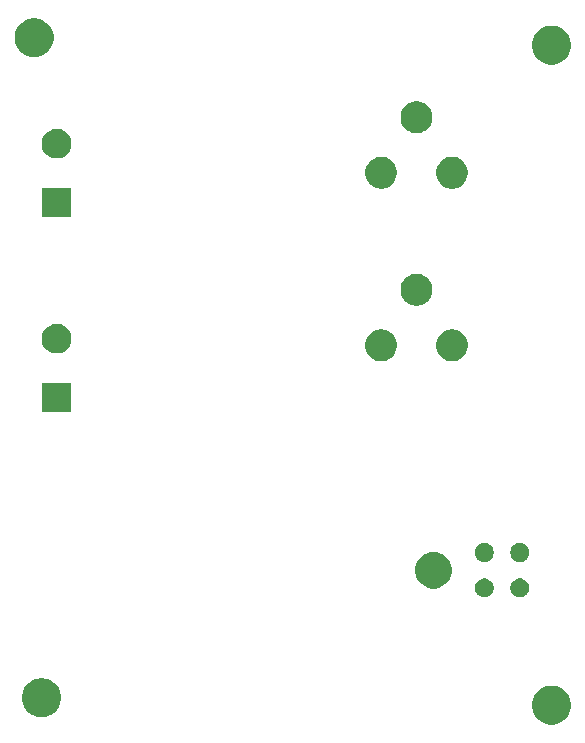
<source format=gbr>
G04 #@! TF.GenerationSoftware,KiCad,Pcbnew,(5.0.1)-3*
G04 #@! TF.CreationDate,2018-12-28T16:37:43-07:00*
G04 #@! TF.ProjectId,New_battery,4E65775F626174746572792E6B696361,rev?*
G04 #@! TF.SameCoordinates,Original*
G04 #@! TF.FileFunction,Soldermask,Bot*
G04 #@! TF.FilePolarity,Negative*
%FSLAX46Y46*%
G04 Gerber Fmt 4.6, Leading zero omitted, Abs format (unit mm)*
G04 Created by KiCad (PCBNEW (5.0.1)-3) date 2018-12-28 4:37:43 PM*
%MOMM*%
%LPD*%
G01*
G04 APERTURE LIST*
%ADD10C,0.100000*%
G04 APERTURE END LIST*
D10*
G36*
X263265256Y-117771298D02*
X263371579Y-117792447D01*
X263672042Y-117916903D01*
X263740968Y-117962958D01*
X263942454Y-118097587D01*
X264172413Y-118327546D01*
X264172415Y-118327549D01*
X264353097Y-118597958D01*
X264477553Y-118898421D01*
X264479381Y-118907611D01*
X264541000Y-119217389D01*
X264541000Y-119542611D01*
X264477553Y-119861578D01*
X264353098Y-120162040D01*
X264172413Y-120432454D01*
X263942454Y-120662413D01*
X263942451Y-120662415D01*
X263672042Y-120843097D01*
X263371579Y-120967553D01*
X263265256Y-120988702D01*
X263052611Y-121031000D01*
X262727389Y-121031000D01*
X262514744Y-120988702D01*
X262408421Y-120967553D01*
X262107958Y-120843097D01*
X261837549Y-120662415D01*
X261837546Y-120662413D01*
X261607587Y-120432454D01*
X261426902Y-120162040D01*
X261302447Y-119861578D01*
X261239000Y-119542611D01*
X261239000Y-119217389D01*
X261300619Y-118907611D01*
X261302447Y-118898421D01*
X261426903Y-118597958D01*
X261607585Y-118327549D01*
X261607587Y-118327546D01*
X261837546Y-118097587D01*
X262039032Y-117962958D01*
X262107958Y-117916903D01*
X262408421Y-117792447D01*
X262514744Y-117771298D01*
X262727389Y-117729000D01*
X263052611Y-117729000D01*
X263265256Y-117771298D01*
X263265256Y-117771298D01*
G37*
G36*
X220085256Y-117136298D02*
X220191579Y-117157447D01*
X220492042Y-117281903D01*
X220758852Y-117460180D01*
X220762454Y-117462587D01*
X220992413Y-117692546D01*
X220992415Y-117692549D01*
X221173097Y-117962958D01*
X221297553Y-118263421D01*
X221361000Y-118582391D01*
X221361000Y-118907609D01*
X221299381Y-119217391D01*
X221297553Y-119226578D01*
X221173098Y-119527040D01*
X220992413Y-119797454D01*
X220762454Y-120027413D01*
X220762451Y-120027415D01*
X220492042Y-120208097D01*
X220191579Y-120332553D01*
X220085256Y-120353702D01*
X219872611Y-120396000D01*
X219547389Y-120396000D01*
X219334744Y-120353702D01*
X219228421Y-120332553D01*
X218927958Y-120208097D01*
X218657549Y-120027415D01*
X218657546Y-120027413D01*
X218427587Y-119797454D01*
X218246902Y-119527040D01*
X218122447Y-119226578D01*
X218120620Y-119217391D01*
X218059000Y-118907609D01*
X218059000Y-118582391D01*
X218122447Y-118263421D01*
X218246903Y-117962958D01*
X218427585Y-117692549D01*
X218427587Y-117692546D01*
X218657546Y-117462587D01*
X218661148Y-117460180D01*
X218927958Y-117281903D01*
X219228421Y-117157447D01*
X219334744Y-117136298D01*
X219547389Y-117094000D01*
X219872611Y-117094000D01*
X220085256Y-117136298D01*
X220085256Y-117136298D01*
G37*
G36*
X260438643Y-108679781D02*
X260584415Y-108740162D01*
X260715611Y-108827824D01*
X260827176Y-108939389D01*
X260914838Y-109070585D01*
X260975219Y-109216357D01*
X261006000Y-109371107D01*
X261006000Y-109528893D01*
X260975219Y-109683643D01*
X260914838Y-109829415D01*
X260827176Y-109960611D01*
X260715611Y-110072176D01*
X260584415Y-110159838D01*
X260438643Y-110220219D01*
X260283893Y-110251000D01*
X260126107Y-110251000D01*
X259971357Y-110220219D01*
X259825585Y-110159838D01*
X259694389Y-110072176D01*
X259582824Y-109960611D01*
X259495162Y-109829415D01*
X259434781Y-109683643D01*
X259404000Y-109528893D01*
X259404000Y-109371107D01*
X259434781Y-109216357D01*
X259495162Y-109070585D01*
X259582824Y-108939389D01*
X259694389Y-108827824D01*
X259825585Y-108740162D01*
X259971357Y-108679781D01*
X260126107Y-108649000D01*
X260283893Y-108649000D01*
X260438643Y-108679781D01*
X260438643Y-108679781D01*
G37*
G36*
X257438643Y-108679781D02*
X257584415Y-108740162D01*
X257715611Y-108827824D01*
X257827176Y-108939389D01*
X257914838Y-109070585D01*
X257975219Y-109216357D01*
X258006000Y-109371107D01*
X258006000Y-109528893D01*
X257975219Y-109683643D01*
X257914838Y-109829415D01*
X257827176Y-109960611D01*
X257715611Y-110072176D01*
X257584415Y-110159838D01*
X257438643Y-110220219D01*
X257283893Y-110251000D01*
X257126107Y-110251000D01*
X256971357Y-110220219D01*
X256825585Y-110159838D01*
X256694389Y-110072176D01*
X256582824Y-109960611D01*
X256495162Y-109829415D01*
X256434781Y-109683643D01*
X256404000Y-109528893D01*
X256404000Y-109371107D01*
X256434781Y-109216357D01*
X256495162Y-109070585D01*
X256582824Y-108939389D01*
X256694389Y-108827824D01*
X256825585Y-108740162D01*
X256971357Y-108679781D01*
X257126107Y-108649000D01*
X257283893Y-108649000D01*
X257438643Y-108679781D01*
X257438643Y-108679781D01*
G37*
G36*
X253237527Y-106438736D02*
X253337410Y-106458604D01*
X253619674Y-106575521D01*
X253873705Y-106745259D01*
X254089741Y-106961295D01*
X254259479Y-107215326D01*
X254376396Y-107497590D01*
X254436000Y-107797240D01*
X254436000Y-108102760D01*
X254376396Y-108402410D01*
X254259479Y-108684674D01*
X254089741Y-108938705D01*
X253873705Y-109154741D01*
X253619674Y-109324479D01*
X253337410Y-109441396D01*
X253237527Y-109461264D01*
X253037762Y-109501000D01*
X252732238Y-109501000D01*
X252532473Y-109461264D01*
X252432590Y-109441396D01*
X252150326Y-109324479D01*
X251896295Y-109154741D01*
X251680259Y-108938705D01*
X251510521Y-108684674D01*
X251393604Y-108402410D01*
X251334000Y-108102760D01*
X251334000Y-107797240D01*
X251393604Y-107497590D01*
X251510521Y-107215326D01*
X251680259Y-106961295D01*
X251896295Y-106745259D01*
X252150326Y-106575521D01*
X252432590Y-106458604D01*
X252532473Y-106438736D01*
X252732238Y-106399000D01*
X253037762Y-106399000D01*
X253237527Y-106438736D01*
X253237527Y-106438736D01*
G37*
G36*
X260438643Y-105679781D02*
X260584415Y-105740162D01*
X260715611Y-105827824D01*
X260827176Y-105939389D01*
X260914838Y-106070585D01*
X260975219Y-106216357D01*
X261006000Y-106371107D01*
X261006000Y-106528893D01*
X260975219Y-106683643D01*
X260914838Y-106829415D01*
X260827176Y-106960611D01*
X260715611Y-107072176D01*
X260584415Y-107159838D01*
X260438643Y-107220219D01*
X260283893Y-107251000D01*
X260126107Y-107251000D01*
X259971357Y-107220219D01*
X259825585Y-107159838D01*
X259694389Y-107072176D01*
X259582824Y-106960611D01*
X259495162Y-106829415D01*
X259434781Y-106683643D01*
X259404000Y-106528893D01*
X259404000Y-106371107D01*
X259434781Y-106216357D01*
X259495162Y-106070585D01*
X259582824Y-105939389D01*
X259694389Y-105827824D01*
X259825585Y-105740162D01*
X259971357Y-105679781D01*
X260126107Y-105649000D01*
X260283893Y-105649000D01*
X260438643Y-105679781D01*
X260438643Y-105679781D01*
G37*
G36*
X257438643Y-105679781D02*
X257584415Y-105740162D01*
X257715611Y-105827824D01*
X257827176Y-105939389D01*
X257914838Y-106070585D01*
X257975219Y-106216357D01*
X258006000Y-106371107D01*
X258006000Y-106528893D01*
X257975219Y-106683643D01*
X257914838Y-106829415D01*
X257827176Y-106960611D01*
X257715611Y-107072176D01*
X257584415Y-107159838D01*
X257438643Y-107220219D01*
X257283893Y-107251000D01*
X257126107Y-107251000D01*
X256971357Y-107220219D01*
X256825585Y-107159838D01*
X256694389Y-107072176D01*
X256582824Y-106960611D01*
X256495162Y-106829415D01*
X256434781Y-106683643D01*
X256404000Y-106528893D01*
X256404000Y-106371107D01*
X256434781Y-106216357D01*
X256495162Y-106070585D01*
X256582824Y-105939389D01*
X256694389Y-105827824D01*
X256825585Y-105740162D01*
X256971357Y-105679781D01*
X257126107Y-105649000D01*
X257283893Y-105649000D01*
X257438643Y-105679781D01*
X257438643Y-105679781D01*
G37*
G36*
X222231000Y-94596000D02*
X219729000Y-94596000D01*
X219729000Y-92094000D01*
X222231000Y-92094000D01*
X222231000Y-94596000D01*
X222231000Y-94596000D01*
G37*
G36*
X254723567Y-87574959D02*
X254854072Y-87600918D01*
X255099939Y-87702759D01*
X255320464Y-87850110D01*
X255321215Y-87850612D01*
X255509388Y-88038785D01*
X255509390Y-88038788D01*
X255657241Y-88260061D01*
X255743460Y-88468213D01*
X255759082Y-88505929D01*
X255799655Y-88709900D01*
X255811000Y-88766938D01*
X255811000Y-89033062D01*
X255759082Y-89294072D01*
X255657241Y-89539939D01*
X255509890Y-89760464D01*
X255509388Y-89761215D01*
X255321215Y-89949388D01*
X255321212Y-89949390D01*
X255099939Y-90097241D01*
X254854072Y-90199082D01*
X254723567Y-90225041D01*
X254593063Y-90251000D01*
X254326937Y-90251000D01*
X254196433Y-90225041D01*
X254065928Y-90199082D01*
X253820061Y-90097241D01*
X253598788Y-89949390D01*
X253598785Y-89949388D01*
X253410612Y-89761215D01*
X253410110Y-89760464D01*
X253262759Y-89539939D01*
X253160918Y-89294072D01*
X253109000Y-89033062D01*
X253109000Y-88766938D01*
X253120346Y-88709900D01*
X253160918Y-88505929D01*
X253176540Y-88468213D01*
X253262759Y-88260061D01*
X253410610Y-88038788D01*
X253410612Y-88038785D01*
X253598785Y-87850612D01*
X253599536Y-87850110D01*
X253820061Y-87702759D01*
X254065928Y-87600918D01*
X254196433Y-87574959D01*
X254326937Y-87549000D01*
X254593063Y-87549000D01*
X254723567Y-87574959D01*
X254723567Y-87574959D01*
G37*
G36*
X248723567Y-87574959D02*
X248854072Y-87600918D01*
X249099939Y-87702759D01*
X249320464Y-87850110D01*
X249321215Y-87850612D01*
X249509388Y-88038785D01*
X249509390Y-88038788D01*
X249657241Y-88260061D01*
X249743460Y-88468213D01*
X249759082Y-88505929D01*
X249799655Y-88709900D01*
X249811000Y-88766938D01*
X249811000Y-89033062D01*
X249759082Y-89294072D01*
X249657241Y-89539939D01*
X249509890Y-89760464D01*
X249509388Y-89761215D01*
X249321215Y-89949388D01*
X249321212Y-89949390D01*
X249099939Y-90097241D01*
X248854072Y-90199082D01*
X248723567Y-90225041D01*
X248593063Y-90251000D01*
X248326937Y-90251000D01*
X248196433Y-90225041D01*
X248065928Y-90199082D01*
X247820061Y-90097241D01*
X247598788Y-89949390D01*
X247598785Y-89949388D01*
X247410612Y-89761215D01*
X247410110Y-89760464D01*
X247262759Y-89539939D01*
X247160918Y-89294072D01*
X247109000Y-89033062D01*
X247109000Y-88766938D01*
X247120346Y-88709900D01*
X247160918Y-88505929D01*
X247176540Y-88468213D01*
X247262759Y-88260061D01*
X247410610Y-88038788D01*
X247410612Y-88038785D01*
X247598785Y-87850612D01*
X247599536Y-87850110D01*
X247820061Y-87702759D01*
X248065928Y-87600918D01*
X248196433Y-87574959D01*
X248326937Y-87549000D01*
X248593063Y-87549000D01*
X248723567Y-87574959D01*
X248723567Y-87574959D01*
G37*
G36*
X221163635Y-87106019D02*
X221344903Y-87142075D01*
X221572571Y-87236378D01*
X221776542Y-87372668D01*
X221777469Y-87373287D01*
X221951713Y-87547531D01*
X221951715Y-87547534D01*
X222088622Y-87752429D01*
X222182925Y-87980097D01*
X222231000Y-88221787D01*
X222231000Y-88468213D01*
X222182925Y-88709903D01*
X222088622Y-88937571D01*
X222024816Y-89033063D01*
X221951713Y-89142469D01*
X221777469Y-89316713D01*
X221777466Y-89316715D01*
X221572571Y-89453622D01*
X221344903Y-89547925D01*
X221163635Y-89583981D01*
X221103214Y-89596000D01*
X220856786Y-89596000D01*
X220796365Y-89583981D01*
X220615097Y-89547925D01*
X220387429Y-89453622D01*
X220182534Y-89316715D01*
X220182531Y-89316713D01*
X220008287Y-89142469D01*
X219935184Y-89033063D01*
X219871378Y-88937571D01*
X219777075Y-88709903D01*
X219729000Y-88468213D01*
X219729000Y-88221787D01*
X219777075Y-87980097D01*
X219871378Y-87752429D01*
X220008285Y-87547534D01*
X220008287Y-87547531D01*
X220182531Y-87373287D01*
X220183458Y-87372668D01*
X220387429Y-87236378D01*
X220615097Y-87142075D01*
X220796365Y-87106019D01*
X220856786Y-87094000D01*
X221103214Y-87094000D01*
X221163635Y-87106019D01*
X221163635Y-87106019D01*
G37*
G36*
X251723567Y-82874959D02*
X251854072Y-82900918D01*
X252099939Y-83002759D01*
X252320464Y-83150110D01*
X252321215Y-83150612D01*
X252509388Y-83338785D01*
X252509390Y-83338788D01*
X252657241Y-83560061D01*
X252759082Y-83805928D01*
X252811000Y-84066938D01*
X252811000Y-84333062D01*
X252759082Y-84594072D01*
X252657241Y-84839939D01*
X252509890Y-85060464D01*
X252509388Y-85061215D01*
X252321215Y-85249388D01*
X252321212Y-85249390D01*
X252099939Y-85397241D01*
X251854072Y-85499082D01*
X251723567Y-85525041D01*
X251593063Y-85551000D01*
X251326937Y-85551000D01*
X251196433Y-85525041D01*
X251065928Y-85499082D01*
X250820061Y-85397241D01*
X250598788Y-85249390D01*
X250598785Y-85249388D01*
X250410612Y-85061215D01*
X250410110Y-85060464D01*
X250262759Y-84839939D01*
X250160918Y-84594072D01*
X250109000Y-84333062D01*
X250109000Y-84066938D01*
X250160918Y-83805928D01*
X250262759Y-83560061D01*
X250410610Y-83338788D01*
X250410612Y-83338785D01*
X250598785Y-83150612D01*
X250599536Y-83150110D01*
X250820061Y-83002759D01*
X251065928Y-82900918D01*
X251196433Y-82874959D01*
X251326937Y-82849000D01*
X251593063Y-82849000D01*
X251723567Y-82874959D01*
X251723567Y-82874959D01*
G37*
G36*
X222231000Y-78086000D02*
X219729000Y-78086000D01*
X219729000Y-75584000D01*
X222231000Y-75584000D01*
X222231000Y-78086000D01*
X222231000Y-78086000D01*
G37*
G36*
X254723567Y-72969959D02*
X254854072Y-72995918D01*
X255099939Y-73097759D01*
X255320464Y-73245110D01*
X255321215Y-73245612D01*
X255509388Y-73433785D01*
X255509390Y-73433788D01*
X255657241Y-73655061D01*
X255759082Y-73900928D01*
X255811000Y-74161938D01*
X255811000Y-74428062D01*
X255759082Y-74689072D01*
X255657241Y-74934939D01*
X255509890Y-75155464D01*
X255509388Y-75156215D01*
X255321215Y-75344388D01*
X255321212Y-75344390D01*
X255099939Y-75492241D01*
X254854072Y-75594082D01*
X254723567Y-75620041D01*
X254593063Y-75646000D01*
X254326937Y-75646000D01*
X254196433Y-75620041D01*
X254065928Y-75594082D01*
X253820061Y-75492241D01*
X253598788Y-75344390D01*
X253598785Y-75344388D01*
X253410612Y-75156215D01*
X253410110Y-75155464D01*
X253262759Y-74934939D01*
X253160918Y-74689072D01*
X253109000Y-74428062D01*
X253109000Y-74161938D01*
X253160918Y-73900928D01*
X253262759Y-73655061D01*
X253410610Y-73433788D01*
X253410612Y-73433785D01*
X253598785Y-73245612D01*
X253599536Y-73245110D01*
X253820061Y-73097759D01*
X254065928Y-72995918D01*
X254196433Y-72969959D01*
X254326937Y-72944000D01*
X254593063Y-72944000D01*
X254723567Y-72969959D01*
X254723567Y-72969959D01*
G37*
G36*
X248723567Y-72969959D02*
X248854072Y-72995918D01*
X249099939Y-73097759D01*
X249320464Y-73245110D01*
X249321215Y-73245612D01*
X249509388Y-73433785D01*
X249509390Y-73433788D01*
X249657241Y-73655061D01*
X249759082Y-73900928D01*
X249811000Y-74161938D01*
X249811000Y-74428062D01*
X249759082Y-74689072D01*
X249657241Y-74934939D01*
X249509890Y-75155464D01*
X249509388Y-75156215D01*
X249321215Y-75344388D01*
X249321212Y-75344390D01*
X249099939Y-75492241D01*
X248854072Y-75594082D01*
X248723567Y-75620041D01*
X248593063Y-75646000D01*
X248326937Y-75646000D01*
X248196433Y-75620041D01*
X248065928Y-75594082D01*
X247820061Y-75492241D01*
X247598788Y-75344390D01*
X247598785Y-75344388D01*
X247410612Y-75156215D01*
X247410110Y-75155464D01*
X247262759Y-74934939D01*
X247160918Y-74689072D01*
X247109000Y-74428062D01*
X247109000Y-74161938D01*
X247160918Y-73900928D01*
X247262759Y-73655061D01*
X247410610Y-73433788D01*
X247410612Y-73433785D01*
X247598785Y-73245612D01*
X247599536Y-73245110D01*
X247820061Y-73097759D01*
X248065928Y-72995918D01*
X248196433Y-72969959D01*
X248326937Y-72944000D01*
X248593063Y-72944000D01*
X248723567Y-72969959D01*
X248723567Y-72969959D01*
G37*
G36*
X221163635Y-70596019D02*
X221344903Y-70632075D01*
X221572571Y-70726378D01*
X221776542Y-70862668D01*
X221777469Y-70863287D01*
X221951713Y-71037531D01*
X221951715Y-71037534D01*
X222088622Y-71242429D01*
X222182925Y-71470097D01*
X222231000Y-71711787D01*
X222231000Y-71958213D01*
X222182925Y-72199903D01*
X222088622Y-72427571D01*
X221952332Y-72631542D01*
X221951713Y-72632469D01*
X221777469Y-72806713D01*
X221777466Y-72806715D01*
X221572571Y-72943622D01*
X221344903Y-73037925D01*
X221163636Y-73073981D01*
X221103214Y-73086000D01*
X220856786Y-73086000D01*
X220796364Y-73073981D01*
X220615097Y-73037925D01*
X220387429Y-72943622D01*
X220182534Y-72806715D01*
X220182531Y-72806713D01*
X220008287Y-72632469D01*
X220007668Y-72631542D01*
X219871378Y-72427571D01*
X219777075Y-72199903D01*
X219729000Y-71958213D01*
X219729000Y-71711787D01*
X219777075Y-71470097D01*
X219871378Y-71242429D01*
X220008285Y-71037534D01*
X220008287Y-71037531D01*
X220182531Y-70863287D01*
X220183458Y-70862668D01*
X220387429Y-70726378D01*
X220615097Y-70632075D01*
X220796364Y-70596019D01*
X220856786Y-70584000D01*
X221103214Y-70584000D01*
X221163635Y-70596019D01*
X221163635Y-70596019D01*
G37*
G36*
X251723567Y-68269959D02*
X251854072Y-68295918D01*
X252099939Y-68397759D01*
X252320464Y-68545110D01*
X252321215Y-68545612D01*
X252509388Y-68733785D01*
X252509390Y-68733788D01*
X252657241Y-68955061D01*
X252759082Y-69200928D01*
X252811000Y-69461938D01*
X252811000Y-69728062D01*
X252759082Y-69989072D01*
X252657241Y-70234939D01*
X252509890Y-70455464D01*
X252509388Y-70456215D01*
X252321215Y-70644388D01*
X252321212Y-70644390D01*
X252099939Y-70792241D01*
X251854072Y-70894082D01*
X251723567Y-70920041D01*
X251593063Y-70946000D01*
X251326937Y-70946000D01*
X251196433Y-70920041D01*
X251065928Y-70894082D01*
X250820061Y-70792241D01*
X250598788Y-70644390D01*
X250598785Y-70644388D01*
X250410612Y-70456215D01*
X250410110Y-70455464D01*
X250262759Y-70234939D01*
X250160918Y-69989072D01*
X250109000Y-69728062D01*
X250109000Y-69461938D01*
X250160918Y-69200928D01*
X250262759Y-68955061D01*
X250410610Y-68733788D01*
X250410612Y-68733785D01*
X250598785Y-68545612D01*
X250599536Y-68545110D01*
X250820061Y-68397759D01*
X251065928Y-68295918D01*
X251196433Y-68269959D01*
X251326937Y-68244000D01*
X251593063Y-68244000D01*
X251723567Y-68269959D01*
X251723567Y-68269959D01*
G37*
G36*
X263265256Y-61891298D02*
X263371579Y-61912447D01*
X263672042Y-62036903D01*
X263740968Y-62082958D01*
X263942454Y-62217587D01*
X264172413Y-62447546D01*
X264172415Y-62447549D01*
X264353097Y-62717958D01*
X264477553Y-63018421D01*
X264479381Y-63027611D01*
X264541000Y-63337389D01*
X264541000Y-63662611D01*
X264477553Y-63981578D01*
X264353098Y-64282040D01*
X264172413Y-64552454D01*
X263942454Y-64782413D01*
X263942451Y-64782415D01*
X263672042Y-64963097D01*
X263371579Y-65087553D01*
X263265256Y-65108702D01*
X263052611Y-65151000D01*
X262727389Y-65151000D01*
X262514744Y-65108702D01*
X262408421Y-65087553D01*
X262107958Y-64963097D01*
X261837549Y-64782415D01*
X261837546Y-64782413D01*
X261607587Y-64552454D01*
X261426902Y-64282040D01*
X261302447Y-63981578D01*
X261239000Y-63662611D01*
X261239000Y-63337389D01*
X261300619Y-63027611D01*
X261302447Y-63018421D01*
X261426903Y-62717958D01*
X261607585Y-62447549D01*
X261607587Y-62447546D01*
X261837546Y-62217587D01*
X262039032Y-62082958D01*
X262107958Y-62036903D01*
X262408421Y-61912447D01*
X262514744Y-61891298D01*
X262727389Y-61849000D01*
X263052611Y-61849000D01*
X263265256Y-61891298D01*
X263265256Y-61891298D01*
G37*
G36*
X219450256Y-61256298D02*
X219556579Y-61277447D01*
X219857042Y-61401903D01*
X220123852Y-61580180D01*
X220127454Y-61582587D01*
X220357413Y-61812546D01*
X220357415Y-61812549D01*
X220538097Y-62082958D01*
X220662553Y-62383421D01*
X220726000Y-62702391D01*
X220726000Y-63027609D01*
X220664381Y-63337391D01*
X220662553Y-63346578D01*
X220538098Y-63647040D01*
X220357413Y-63917454D01*
X220127454Y-64147413D01*
X220127451Y-64147415D01*
X219857042Y-64328097D01*
X219556579Y-64452553D01*
X219450256Y-64473702D01*
X219237611Y-64516000D01*
X218912389Y-64516000D01*
X218699744Y-64473702D01*
X218593421Y-64452553D01*
X218292958Y-64328097D01*
X218022549Y-64147415D01*
X218022546Y-64147413D01*
X217792587Y-63917454D01*
X217611902Y-63647040D01*
X217487447Y-63346578D01*
X217485620Y-63337391D01*
X217424000Y-63027609D01*
X217424000Y-62702391D01*
X217487447Y-62383421D01*
X217611903Y-62082958D01*
X217792585Y-61812549D01*
X217792587Y-61812546D01*
X218022546Y-61582587D01*
X218026148Y-61580180D01*
X218292958Y-61401903D01*
X218593421Y-61277447D01*
X218699744Y-61256298D01*
X218912389Y-61214000D01*
X219237611Y-61214000D01*
X219450256Y-61256298D01*
X219450256Y-61256298D01*
G37*
M02*

</source>
